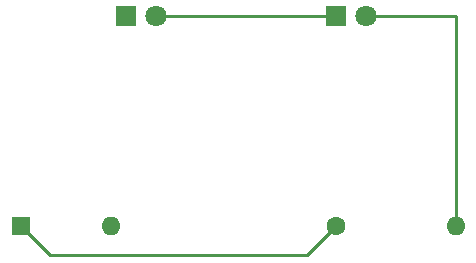
<source format=gbr>
%TF.GenerationSoftware,KiCad,Pcbnew,7.0.7*%
%TF.CreationDate,2023-09-10T14:40:22-07:00*%
%TF.ProjectId,cat-project,6361742d-7072-46f6-9a65-63742e6b6963,rev?*%
%TF.SameCoordinates,Original*%
%TF.FileFunction,Copper,L1,Top*%
%TF.FilePolarity,Positive*%
%FSLAX46Y46*%
G04 Gerber Fmt 4.6, Leading zero omitted, Abs format (unit mm)*
G04 Created by KiCad (PCBNEW 7.0.7) date 2023-09-10 14:40:22*
%MOMM*%
%LPD*%
G01*
G04 APERTURE LIST*
%TA.AperFunction,ComponentPad*%
%ADD10C,1.600000*%
%TD*%
%TA.AperFunction,ComponentPad*%
%ADD11O,1.600000X1.600000*%
%TD*%
%TA.AperFunction,ComponentPad*%
%ADD12R,1.800000X1.800000*%
%TD*%
%TA.AperFunction,ComponentPad*%
%ADD13C,1.800000*%
%TD*%
%TA.AperFunction,ComponentPad*%
%ADD14R,1.600000X1.600000*%
%TD*%
%TA.AperFunction,Conductor*%
%ADD15C,0.250000*%
%TD*%
G04 APERTURE END LIST*
D10*
%TO.P,R1,1*%
%TO.N,Net-(SW1-A)*%
X195580000Y-83820000D03*
D11*
%TO.P,R1,2*%
%TO.N,Net-(D1-A)*%
X205740000Y-83820000D03*
%TD*%
D12*
%TO.P,D1,1,K*%
%TO.N,Net-(D1-K)*%
X195580000Y-66040000D03*
D13*
%TO.P,D1,2,A*%
%TO.N,Net-(D1-A)*%
X198120000Y-66040000D03*
%TD*%
D11*
%TO.P,SW1,2,B*%
%TO.N,Net-(BT1-+)*%
X176540000Y-83820000D03*
D14*
%TO.P,SW1,1,A*%
%TO.N,Net-(SW1-A)*%
X168920000Y-83820000D03*
%TD*%
D12*
%TO.P,D2,1,K*%
%TO.N,Net-(BT1--)*%
X177800000Y-66040000D03*
D13*
%TO.P,D2,2,A*%
%TO.N,Net-(D1-K)*%
X180340000Y-66040000D03*
%TD*%
D15*
%TO.N,Net-(SW1-A)*%
X195580000Y-83820000D02*
X193142267Y-86257733D01*
X193142267Y-86257733D02*
X171357733Y-86257733D01*
X171357733Y-86257733D02*
X168920000Y-83820000D01*
%TO.N,Net-(D1-K)*%
X180340000Y-66040000D02*
X195580000Y-66040000D01*
%TO.N,Net-(D1-A)*%
X198120000Y-66040000D02*
X205740000Y-66040000D01*
X205740000Y-66040000D02*
X205740000Y-83820000D01*
%TD*%
M02*

</source>
